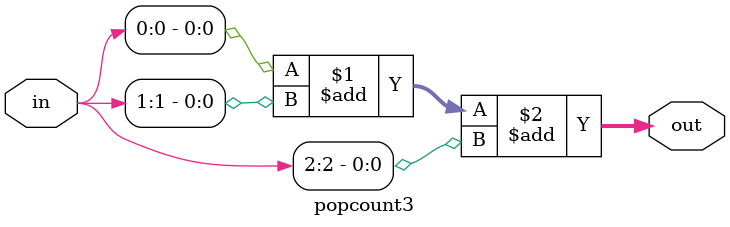
<source format=sv>
module top_module (
    input [2:0] in,
    output [1:0] out
);

    // Declare internal signals
    wire [2:0] count;
    
    // Instantiate a module to count the number of 1's
    popcount3 u1 (
        .in(in),
        .out(count)
    );
    
    // Assign the 2-bit output based on the 3-bit count
    assign out = (count == 3'b000) ? 2'b00 :
                 (count == 3'b001) ? 2'b01 :
                 (count == 3'b010) ? 2'b01 :
                 (count == 3'b011) ? 2'b10 :
                 (count == 3'b100) ? 2'b10 :
                 (count == 3'b101) ? 2'b11 :
                 (count == 3'b110) ? 2'b11 :
                 2'b11;
    
endmodule
module popcount3 (
    input [2:0] in,
    output [2:0] out
);
    
    assign out = in[0] + in[1] + in[2];
    
endmodule

</source>
